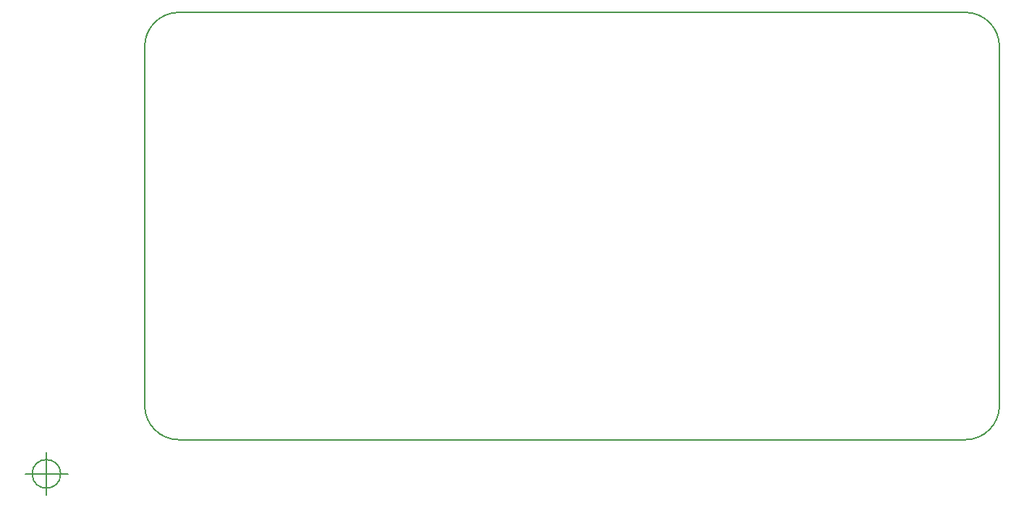
<source format=gbr>
G04 #@! TF.FileFunction,Profile,NP*
%FSLAX46Y46*%
G04 Gerber Fmt 4.6, Leading zero omitted, Abs format (unit mm)*
G04 Created by KiCad (PCBNEW 4.0.4-stable) date 03/09/17 20:40:53*
%MOMM*%
%LPD*%
G01*
G04 APERTURE LIST*
%ADD10C,0.100000*%
%ADD11C,0.150000*%
G04 APERTURE END LIST*
D10*
D11*
X113500000Y-89500000D02*
X205500000Y-89500000D01*
X109500000Y-43500000D02*
X109500000Y-85500000D01*
X205500000Y-39500000D02*
X113500000Y-39500000D01*
X209500000Y-85500000D02*
X209500000Y-43500000D01*
X209500000Y-43500000D02*
G75*
G03X205500000Y-39500000I-4000000J0D01*
G01*
X205500000Y-89500000D02*
G75*
G03X209500000Y-85500000I0J4000000D01*
G01*
X109500000Y-85500000D02*
G75*
G03X113500000Y-89500000I4000000J0D01*
G01*
X113500000Y-39500000D02*
G75*
G03X109500000Y-43500000I0J-4000000D01*
G01*
X99666666Y-93500000D02*
G75*
G03X99666666Y-93500000I-1666666J0D01*
G01*
X95500000Y-93500000D02*
X100500000Y-93500000D01*
X98000000Y-91000000D02*
X98000000Y-96000000D01*
M02*

</source>
